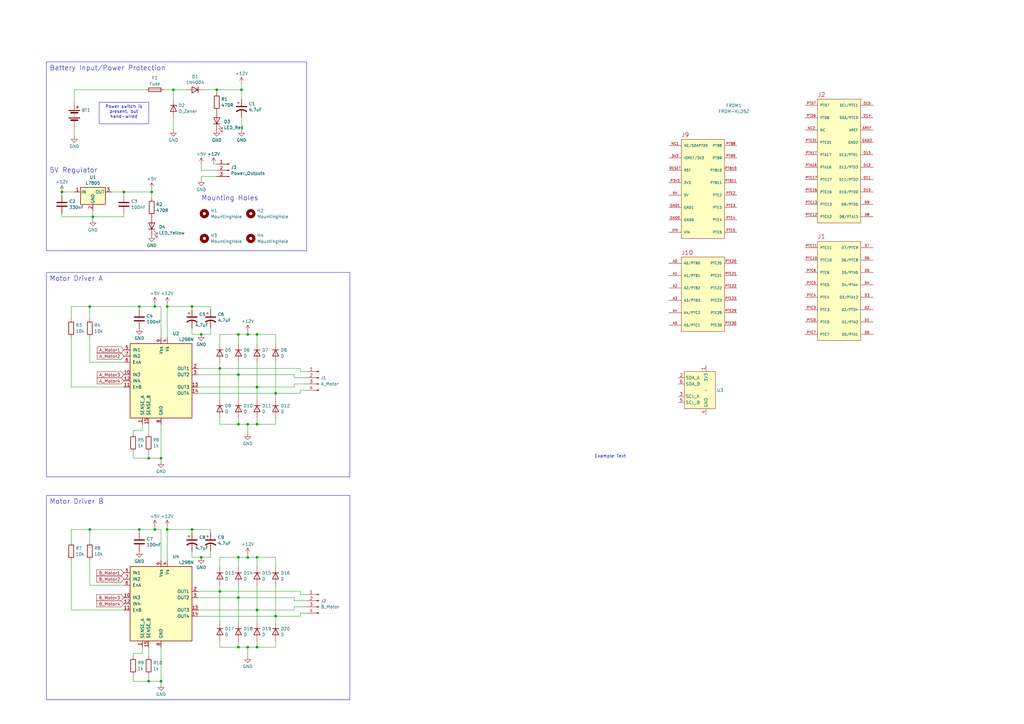
<source format=kicad_sch>
(kicad_sch (version 20230121) (generator eeschema)
  (paper "A3")
  (lib_symbols
    (symbol "Connector:Conn_01x03_Pin" (pin_names (offset 1.016) hide)
      (property "Reference" "J" (at 0 5.08 0))
      (property "Value" "Conn_01x03_Pin" (at 0 -5.08 0))
      (symbol "Conn_01x03_Pin_1_1"
        (polyline (pts (xy 1.27 -2.54) (xy 0.8636 -2.54)) (stroke (width 0.1524)))
        (polyline (pts (xy 1.27 0) (xy 0.8636 0)) (stroke (width 0.1524)))
        (polyline (pts (xy 1.27 2.54) (xy 0.8636 2.54)) (stroke (width 0.1524)))
        (rectangle (start 0.8636 -2.413) (end 0 -2.667) (stroke (width 0.1524)) (fill (type outline)))
        (rectangle (start 0.8636 0.127) (end 0 -0.127) (stroke (width 0.1524)) (fill (type outline)))
        (rectangle (start 0.8636 2.667) (end 0 2.413) (stroke (width 0.1524)) (fill (type outline)))
        (pin passive line (at 5.08 2.54 180) (length 3.81) (name "Pin_1") (number "1"))
        (pin passive line (at 5.08 0 180) (length 3.81) (name "Pin_2") (number "2"))
        (pin passive line (at 5.08 -2.54 180) (length 3.81) (name "Pin_3") (number "3"))
      )
    )
    (symbol "Connector:Conn_01x04_Pin" (pin_names (offset 1.016) hide)
      (property "Reference" "J" (at 0 5.08 0))
      (property "Value" "Conn_01x04_Pin" (at 0 -7.62 0))
      (symbol "Conn_01x04_Pin_1_1"
        (polyline (pts (xy 1.27 -5.08) (xy 0.8636 -5.08)) (stroke (width 0.1524)))
        (polyline (pts (xy 1.27 -2.54) (xy 0.8636 -2.54)) (stroke (width 0.1524)))
        (polyline (pts (xy 1.27 0) (xy 0.8636 0)) (stroke (width 0.1524)))
        (polyline (pts (xy 1.27 2.54) (xy 0.8636 2.54)) (stroke (width 0.1524)))
        (rectangle (start 0.8636 -4.953) (end 0 -5.207) (stroke (width 0.1524)) (fill (type outline)))
        (rectangle (start 0.8636 -2.413) (end 0 -2.667) (stroke (width 0.1524)) (fill (type outline)))
        (rectangle (start 0.8636 0.127) (end 0 -0.127) (stroke (width 0.1524)) (fill (type outline)))
        (rectangle (start 0.8636 2.667) (end 0 2.413) (stroke (width 0.1524)) (fill (type outline)))
        (pin passive line (at 5.08 2.54 180) (length 3.81) (name "Pin_1") (number "1"))
        (pin passive line (at 5.08 0 180) (length 3.81) (name "Pin_2") (number "2"))
        (pin passive line (at 5.08 -2.54 180) (length 3.81) (name "Pin_3") (number "3"))
        (pin passive line (at 5.08 -5.08 180) (length 3.81) (name "Pin_4") (number "4"))
      )
    )
    (symbol "Device:Battery" (pin_numbers hide) (pin_names (offset 0) hide)
      (property "Reference" "BT" (at 2.54 2.54 0))
      (property "Value" "Battery" (at 2.54 0 0))
      (symbol "Battery_0_1"
        (rectangle (start -2.286 -1.27) (end 2.286 -1.524) (fill (type outline)))
        (rectangle (start -2.286 1.778) (end 2.286 1.524) (fill (type outline)))
        (rectangle (start -1.524 -2.032) (end 1.524 -2.54) (fill (type outline)))
        (rectangle (start -1.524 1.016) (end 1.524 0.508) (fill (type outline)))
        (polyline (pts (xy 0 -1.016) (xy 0 -0.762)))
        (polyline (pts (xy 0 -0.508) (xy 0 -0.254)))
        (polyline (pts (xy 0 0) (xy 0 0.254)))
        (polyline (pts (xy 0 1.778) (xy 0 2.54)))
        (polyline (pts (xy 0.762 3.048) (xy 1.778 3.048)) (stroke (width 0.254)))
        (polyline (pts (xy 1.27 3.556) (xy 1.27 2.54)) (stroke (width 0.254)))
      )
      (symbol "Battery_1_1"
        (pin passive line (at 0 5.08 270) (length 2.54) (name "+") (number "1"))
        (pin passive line (at 0 -5.08 90) (length 2.54) (name "-") (number "2"))
      )
    )
    (symbol "Device:C" (pin_numbers hide) (pin_names (offset 0.254))
      (property "Reference" "C" (at 0.635 2.54 0))
      (property "Value" "C" (at 0.635 -2.54 0))
      (symbol "C_0_1"
        (polyline (pts (xy -2.032 -0.762) (xy 2.032 -0.762)) (stroke (width 0.508)))
        (polyline (pts (xy -2.032 0.762) (xy 2.032 0.762)) (stroke (width 0.508)))
      )
      (symbol "C_1_1"
        (pin passive line (at 0 3.81 270) (length 2.794) (name "~") (number "1"))
        (pin passive line (at 0 -3.81 90) (length 2.794) (name "~") (number "2"))
      )
    )
    (symbol "Device:C_Polarized_US" (pin_numbers hide) (pin_names (offset 0.254) hide)
      (property "Reference" "C" (at 0.635 2.54 0))
      (property "Value" "C_Polarized_US" (at 0.635 -2.54 0))
      (symbol "C_Polarized_US_0_1"
        (polyline (pts (xy -2.032 0.762) (xy 2.032 0.762)) (stroke (width 0.508)))
        (polyline (pts (xy -1.778 2.286) (xy -0.762 2.286)))
        (polyline (pts (xy -1.27 1.778) (xy -1.27 2.794)))
        (arc (start 2.032 -1.27) (mid 0 -0.5572) (end -2.032 -1.27) (stroke (width 0.508)))
      )
      (symbol "C_Polarized_US_1_1"
        (pin passive line (at 0 3.81 270) (length 2.794) (name "~") (number "1"))
        (pin passive line (at 0 -3.81 90) (length 3.302) (name "~") (number "2"))
      )
    )
    (symbol "Device:D" (pin_numbers hide) (pin_names (offset 1.016) hide)
      (property "Reference" "D" (at 0 2.54 0))
      (property "Value" "D" (at 0 -2.54 0))
      (symbol "D_0_1"
        (polyline (pts (xy -1.27 1.27) (xy -1.27 -1.27)) (stroke (width 0.254)))
        (polyline (pts (xy 1.27 0) (xy -1.27 0)))
        (polyline (pts (xy 1.27 1.27) (xy 1.27 -1.27) (xy -1.27 0) (xy 1.27 1.27)) (stroke (width 0.254)))
      )
      (symbol "D_1_1"
        (pin passive line (at -3.81 0 0) (length 2.54) (name "K") (number "1"))
        (pin passive line (at 3.81 0 180) (length 2.54) (name "A") (number "2"))
      )
    )
    (symbol "Device:D_Zener" (pin_numbers hide) (pin_names (offset 1.016) hide)
      (property "Reference" "D" (at 0 2.54 0))
      (property "Value" "D_Zener" (at 0 -2.54 0))
      (symbol "D_Zener_0_1"
        (polyline (pts (xy 1.27 0) (xy -1.27 0)))
        (polyline (pts (xy -1.27 -1.27) (xy -1.27 1.27) (xy -0.762 1.27)) (stroke (width 0.254)))
        (polyline (pts (xy 1.27 -1.27) (xy 1.27 1.27) (xy -1.27 0) (xy 1.27 -1.27)) (stroke (width 0.254)))
      )
      (symbol "D_Zener_1_1"
        (pin passive line (at -3.81 0 0) (length 2.54) (name "K") (number "1"))
        (pin passive line (at 3.81 0 180) (length 2.54) (name "A") (number "2"))
      )
    )
    (symbol "Device:Fuse" (pin_numbers hide) (pin_names (offset 0))
      (property "Reference" "F" (at 2.032 0 90))
      (property "Value" "Fuse" (at -1.905 0 90))
      (symbol "Fuse_0_1"
        (rectangle (start -0.762 -2.54) (end 0.762 2.54) (stroke (width 0.254)))
        (polyline (pts (xy 0 2.54) (xy 0 -2.54)))
      )
      (symbol "Fuse_1_1"
        (pin passive line (at 0 3.81 270) (length 1.27) (name "~") (number "1"))
        (pin passive line (at 0 -3.81 90) (length 1.27) (name "~") (number "2"))
      )
    )
    (symbol "Device:LED" (pin_numbers hide) (pin_names (offset 1.016) hide)
      (property "Reference" "D" (at 0 2.54 0))
      (property "Value" "LED" (at 0 -2.54 0))
      (symbol "LED_0_1"
        (polyline (pts (xy -1.27 -1.27) (xy -1.27 1.27)) (stroke (width 0.254)))
        (polyline (pts (xy -1.27 0) (xy 1.27 0)))
        (polyline (pts (xy 1.27 -1.27) (xy 1.27 1.27) (xy -1.27 0) (xy 1.27 -1.27)) (stroke (width 0.254)))
        (polyline (pts (xy -3.048 -0.762) (xy -4.572 -2.286) (xy -3.81 -2.286) (xy -4.572 -2.286) (xy -4.572 -1.524)))
        (polyline (pts (xy -1.778 -0.762) (xy -3.302 -2.286) (xy -2.54 -2.286) (xy -3.302 -2.286) (xy -3.302 -1.524)))
      )
      (symbol "LED_1_1"
        (pin passive line (at -3.81 0 0) (length 2.54) (name "K") (number "1"))
        (pin passive line (at 3.81 0 180) (length 2.54) (name "A") (number "2"))
      )
    )
    (symbol "Device:R" (pin_numbers hide) (pin_names (offset 0))
      (property "Reference" "R" (at 2.032 0 90))
      (property "Value" "R" (at 0 0 90))
      (symbol "R_0_1"
        (rectangle (start -1.016 -2.54) (end 1.016 2.54) (stroke (width 0.254)))
      )
      (symbol "R_1_1"
        (pin passive line (at 0 3.81 270) (length 1.27) (name "~") (number "1"))
        (pin passive line (at 0 -3.81 90) (length 1.27) (name "~") (number "2"))
      )
    )
    (symbol "Driver_Motor:L298N" (pin_names (offset 1.016))
      (property "Reference" "U" (at -10.16 16.51 0))
      (property "Value" "L298N" (at 12.7 16.51 0))
      (symbol "L298N_0_1"
        (rectangle (start -12.7 15.24) (end 12.7 -15.24) (stroke (width 0.254)) (fill (type background)))
      )
      (symbol "L298N_1_1"
        (pin power_in line (at -7.62 -17.78 90) (length 2.54) (name "SENSE_A") (number "1"))
        (pin input line (at -15.24 2.54 0) (length 2.54) (name "IN3") (number "10"))
        (pin input line (at -15.24 -2.54 0) (length 2.54) (name "EnB") (number "11"))
        (pin input line (at -15.24 0 0) (length 2.54) (name "IN4") (number "12"))
        (pin output line (at 15.24 -2.54 180) (length 2.54) (name "OUT3") (number "13"))
        (pin output line (at 15.24 -5.08 180) (length 2.54) (name "OUT4") (number "14"))
        (pin power_in line (at -5.08 -17.78 90) (length 2.54) (name "SENSE_B") (number "15"))
        (pin output line (at 15.24 5.08 180) (length 2.54) (name "OUT1") (number "2"))
        (pin output line (at 15.24 2.54 180) (length 2.54) (name "OUT2") (number "3"))
        (pin power_in line (at 2.54 17.78 270) (length 2.54) (name "Vs") (number "4"))
        (pin input line (at -15.24 12.7 0) (length 2.54) (name "IN1") (number "5"))
        (pin input line (at -15.24 7.62 0) (length 2.54) (name "EnA") (number "6"))
        (pin input line (at -15.24 10.16 0) (length 2.54) (name "IN2") (number "7"))
        (pin power_in line (at 0 -17.78 90) (length 2.54) (name "GND") (number "8"))
        (pin power_in line (at 0 17.78 270) (length 2.54) (name "Vss") (number "9"))
      )
    )
    (symbol "FRDM-KL25Z:FRDM-KL25Z" (pin_names (offset 1.016))
      (property "Reference" "FRDM" (at -55.88 33.02 0))
      (property "Value" "FRDM-KL25Z" (at -22.86 -3.81 0))
      (symbol "FRDM-KL25Z_0_0"
        (text "J1" (at 0 -12.954 0) (effects (font (size 1.778 1.778)) (justify left bottom)))
        (text "J10" (at -55.88 -19.558 0) (effects (font (size 1.778 1.778)) (justify left bottom)))
        (text "J2" (at 0 45.212 0) (effects (font (size 1.778 1.778)) (justify left bottom)))
        (text "J9" (at -55.88 28.702 0) (effects (font (size 1.778 1.778)) (justify left bottom)))
        (pin bidirectional line (at -60.96 20.32 0) (length 5.08) (name "IOREF/3V3") (number "3V3"))
        (pin bidirectional line (at -60.96 5.08 0) (length 5.08) (name "5V") (number "5V"))
        (pin bidirectional line (at -60.96 -22.86 0) (length 5.08) (name "A0/PTB0") (number "A0"))
        (pin bidirectional line (at -60.96 -27.94 0) (length 5.08) (name "A1/PTB1") (number "A1"))
        (pin bidirectional line (at -60.96 -33.02 0) (length 5.08) (name "A2/PTB2") (number "A2"))
        (pin bidirectional line (at -60.96 -38.1 0) (length 5.08) (name "A3/PTB3") (number "A3"))
        (pin bidirectional line (at -60.96 -43.18 0) (length 5.08) (name "A4/PTC2") (number "A4"))
        (pin bidirectional line (at -60.96 -48.26 0) (length 5.08) (name "A5/PTC1") (number "A5"))
        (pin bidirectional line (at 22.86 31.75 180) (length 5.08) (name "AREF") (number "AREF"))
        (pin bidirectional line (at 22.86 -52.07 180) (length 5.08) (name "D0/PTA1") (number "D0"))
        (pin bidirectional line (at 22.86 -46.99 180) (length 5.08) (name "D1/PTA2") (number "D1"))
        (pin bidirectional line (at 22.86 6.35 180) (length 5.08) (name "D10/PTD0") (number "D10"))
        (pin bidirectional line (at 22.86 11.43 180) (length 5.08) (name "D11/PTD2") (number "D11"))
        (pin bidirectional line (at 22.86 16.51 180) (length 5.08) (name "D12/PTD3") (number "D12"))
        (pin bidirectional line (at 22.86 21.59 180) (length 5.08) (name "D13/PTD1") (number "D13"))
        (pin bidirectional line (at 22.86 36.83 180) (length 5.08) (name "SDA/PTE0") (number "D14"))
        (pin bidirectional line (at 22.86 41.91 180) (length 5.08) (name "SCL/PTE1") (number "D15"))
        (pin bidirectional line (at 22.86 -41.91 180) (length 5.08) (name "D2/PTD4") (number "D2"))
        (pin bidirectional line (at 22.86 -36.83 180) (length 5.08) (name "D3/PTA12") (number "D3"))
        (pin bidirectional line (at 22.86 -31.75 180) (length 5.08) (name "D4/PTA4") (number "D4"))
        (pin bidirectional line (at 22.86 -26.67 180) (length 5.08) (name "D5/PTA5") (number "D5"))
        (pin bidirectional line (at 22.86 -21.59 180) (length 5.08) (name "D6/PTC8") (number "D6"))
        (pin bidirectional line (at 22.86 -16.51 180) (length 5.08) (name "D7/PTC9") (number "D7"))
        (pin bidirectional line (at 22.86 -3.81 180) (length 5.08) (name "D8/PTA13") (number "D8"))
        (pin bidirectional line (at 22.86 1.27 180) (length 5.08) (name "D9/PTD5") (number "D9"))
        (pin bidirectional line (at -60.96 -5.08 0) (length 5.08) (name "GND0") (number "GND0"))
        (pin bidirectional line (at -60.96 0 0) (length 5.08) (name "GND1") (number "GND1"))
        (pin bidirectional line (at 22.86 26.67 180) (length 5.08) (name "GND2") (number "GND2"))
        (pin bidirectional line (at -60.96 25.4 0) (length 5.08) (name "NC/SDAPTD5") (number "NC1"))
        (pin bidirectional line (at -5.08 31.75 0) (length 5.08) (name "NC") (number "NC2"))
        (pin bidirectional line (at -60.96 10.16 0) (length 5.08) (name "3V3") (number "P3V3"))
        (pin bidirectional line (at -5.08 16.51 0) (length 5.08) (name "PTA16") (number "PTA16"))
        (pin bidirectional line (at -5.08 21.59 0) (length 5.08) (name "PTA17") (number "PTA17"))
        (pin bidirectional line (at -33.02 15.24 180) (length 5.08) (name "PTB10") (number "PTB10"))
        (pin bidirectional line (at -33.02 10.16 180) (length 5.08) (name "PTB11") (number "PTB11"))
        (pin bidirectional line (at -33.02 25.4 180) (length 5.08) (name "PTB8") (number "PTB8"))
        (pin bidirectional line (at -33.02 20.32 180) (length 5.08) (name "PTB9") (number "PTB9"))
        (pin bidirectional line (at -5.08 -46.99 0) (length 5.08) (name "PTC0") (number "PTC0"))
        (pin bidirectional line (at -5.08 -21.59 0) (length 5.08) (name "PTC10") (number "PTC10"))
        (pin bidirectional line (at -5.08 -16.51 0) (length 5.08) (name "PTC11") (number "PTC11"))
        (pin bidirectional line (at -5.08 -3.81 0) (length 5.08) (name "PTC12") (number "PTC12"))
        (pin bidirectional line (at -5.08 1.27 0) (length 5.08) (name "PTC13") (number "PTC13"))
        (pin bidirectional line (at -5.08 6.35 0) (length 5.08) (name "PTC16") (number "PTC16"))
        (pin bidirectional line (at -5.08 11.43 0) (length 5.08) (name "PTC17") (number "PTC17"))
        (pin bidirectional line (at -5.08 -41.91 0) (length 5.08) (name "PTC3") (number "PTC3"))
        (pin bidirectional line (at -5.08 -36.83 0) (length 5.08) (name "PTC4") (number "PTC4"))
        (pin bidirectional line (at -5.08 -31.75 0) (length 5.08) (name "PTC5") (number "PTC5"))
        (pin bidirectional line (at -5.08 -26.67 0) (length 5.08) (name "PTC6") (number "PTC6"))
        (pin bidirectional line (at -5.08 -52.07 0) (length 5.08) (name "PTC7") (number "PTC7"))
        (pin bidirectional line (at -5.08 36.83 0) (length 5.08) (name "PTD6") (number "PTD6"))
        (pin bidirectional line (at -5.08 41.91 0) (length 5.08) (name "PTD7") (number "PTD7"))
        (pin bidirectional line (at -33.02 5.08 180) (length 5.08) (name "PTE2") (number "PTE2"))
        (pin bidirectional line (at -33.02 -22.86 180) (length 5.08) (name "PTE20") (number "PTE20"))
        (pin bidirectional line (at -33.02 -27.94 180) (length 5.08) (name "PTE21") (number "PTE21"))
        (pin bidirectional line (at -33.02 -33.02 180) (length 5.08) (name "PTE22") (number "PTE22"))
        (pin bidirectional line (at -33.02 -38.1 180) (length 5.08) (name "PTE23") (number "PTE23"))
        (pin bidirectional line (at -33.02 -43.18 180) (length 5.08) (name "PTE29") (number "PTE29"))
        (pin bidirectional line (at -33.02 0 180) (length 5.08) (name "PTE3") (number "PTE3"))
        (pin bidirectional line (at -33.02 -48.26 180) (length 5.08) (name "PTE30") (number "PTE30"))
        (pin bidirectional line (at -5.08 26.67 0) (length 5.08) (name "PTE31") (number "PTE31"))
        (pin bidirectional line (at -33.02 -5.08 180) (length 5.08) (name "PTE4") (number "PTE4"))
        (pin bidirectional line (at -33.02 -10.16 180) (length 5.08) (name "PTE5") (number "PTE5"))
        (pin bidirectional line (at -60.96 15.24 0) (length 5.08) (name "RST") (number "RESET"))
        (pin bidirectional line (at -60.96 -10.16 0) (length 5.08) (name "VIN") (number "VIN"))
      )
      (symbol "FRDM-KL25Z_1_1"
        (rectangle (start -55.88 -20.32) (end -38.1 -50.8) (fill (type background)))
        (rectangle (start -55.88 27.94) (end -38.1 -12.7) (fill (type background)))
        (rectangle (start 0 -13.97) (end 17.78 -54.61) (fill (type background)))
        (rectangle (start 0 44.45) (end 17.78 -6.35) (fill (type background)))
      )
    )
    (symbol "Mechanical:MountingHole" (pin_names (offset 1.016))
      (property "Reference" "H" (at 0 5.08 0))
      (property "Value" "MountingHole" (at 0 3.175 0))
      (symbol "MountingHole_0_1"
        (circle (center 0 0) (radius 1.27) (stroke (width 1.27)))
      )
    )
    (symbol "PCM_4ms_Power-symbol:+12V" (power) (pin_names (offset 0))
      (property "Value" "+12V" (at 0 3.556 0))
      (symbol "+12V_0_1"
        (polyline (pts (xy -0.762 1.27) (xy 0 2.54)))
        (polyline (pts (xy 0 0) (xy 0 2.54)))
        (polyline (pts (xy 0 2.54) (xy 0.762 1.27)))
      )
      (symbol "+12V_1_1"
        (pin power_in line (at 0 0 90) (length 0) hide (name "+12V") (number "1"))
      )
    )
    (symbol "PCM_4ms_Power-symbol:GND" (power) (pin_names (offset 0))
      (property "Value" "GND" (at 0 -3.81 0))
      (symbol "GND_0_1"
        (polyline (pts (xy 0 0) (xy 0 -1.27) (xy 1.27 -1.27) (xy 0 -2.54) (xy -1.27 -1.27) (xy 0 -1.27)))
      )
      (symbol "GND_1_1"
        (pin power_in line (at 0 0 270) (length 0) hide (name "GND") (number "1"))
      )
    )
    (symbol "Regulator_Linear:L7805" (pin_names (offset 0.254))
      (property "Reference" "U" (at -3.81 3.175 0))
      (property "Value" "L7805" (at 0 3.175 0))
      (symbol "L7805_0_1"
        (rectangle (start -5.08 1.905) (end 5.08 -5.08) (stroke (width 0.254)) (fill (type background)))
      )
      (symbol "L7805_1_1"
        (pin power_in line (at -7.62 0 0) (length 2.54) (name "IN") (number "1"))
        (pin power_in line (at 0 -7.62 90) (length 2.54) (name "GND") (number "2"))
        (pin power_out line (at 7.62 0 180) (length 2.54) (name "OUT") (number "3"))
      )
    )
    (symbol "TDP3KICAD:Adafruit_Flora_Sensor"
      (property "Reference" "U" (at -7.62 8.89 0))
      (symbol "Adafruit_Flora_Sensor_1_1"
        (rectangle (start -8.89 7.62) (end 3.81 -7.62) (fill (type background)))
        (pin power_in line (at 0 10.16 270) (length 2.54) (name "3V3") (number "1"))
        (pin bidirectional line (at -11.43 5.08 0) (length 2.54) (name "SDA_A") (number "2"))
        (pin bidirectional line (at -11.43 -2.54 0) (length 2.54) (name "SCL_A") (number "3"))
        (pin power_in line (at 0 -10.16 90) (length 2.54) (name "GND") (number "4"))
        (pin bidirectional line (at -11.43 -5.08 0) (length 2.54) (name "SCL_B") (number "5"))
        (pin bidirectional line (at -11.43 2.54 0) (length 2.54) (name "SDA_B") (number "6"))
      )
    )
    (symbol "power:+5V" (power) (pin_names (offset 0))
      (property "Value" "+5V" (at 0 3.556 0))
      (symbol "+5V_0_1"
        (polyline (pts (xy -0.762 1.27) (xy 0 2.54)))
        (polyline (pts (xy 0 0) (xy 0 2.54)))
        (polyline (pts (xy 0 2.54) (xy 0.762 1.27)))
      )
      (symbol "+5V_1_1"
        (pin power_in line (at 0 0 90) (length 0) hide (name "+5V") (number "1"))
      )
    )
  )
  (junction (at 57.15 217.17))
  (junction (at 97.79 245.11))
  (junction (at 99.06 36.83))
  (junction (at 90.17 242.57))
  (junction (at 50.8 78.74))
  (junction (at 63.5 125.73))
  (junction (at 97.79 265.43))
  (junction (at 105.41 250.19))
  (junction (at 38.1 88.9))
  (junction (at 90.17 151.13))
  (junction (at 57.15 125.73))
  (junction (at 63.5 217.17))
  (junction (at 36.83 125.73))
  (junction (at 71.12 36.83))
  (junction (at 82.55 137.16))
  (junction (at 97.79 153.67))
  (junction (at 101.6 265.43))
  (junction (at 78.74 217.17))
  (junction (at 113.03 252.73))
  (junction (at 36.83 217.17))
  (junction (at 105.41 173.99))
  (junction (at 97.79 137.16))
  (junction (at 66.04 279.4))
  (junction (at 62.23 78.74))
  (junction (at 113.03 161.29))
  (junction (at 105.41 265.43))
  (junction (at 78.74 125.73))
  (junction (at 101.6 228.6))
  (junction (at 105.41 228.6))
  (junction (at 68.58 217.17))
  (junction (at 60.96 279.4))
  (junction (at 88.9 36.83))
  (junction (at 68.58 125.73))
  (junction (at 66.04 187.96))
  (junction (at 25.4 78.74))
  (junction (at 101.6 137.16))
  (junction (at 97.79 228.6))
  (junction (at 60.96 187.96))
  (junction (at 101.6 173.99))
  (junction (at 97.79 173.99))
  (junction (at 105.41 137.16))
  (junction (at 105.41 158.75))
  (junction (at 82.55 228.6))
  (wire (pts (xy 120.65 245.11) (xy 97.79 245.11)))
  (wire (pts (xy 60.96 187.96) (xy 66.04 187.96)))
  (wire (pts (xy 97.79 265.43) (xy 101.6 265.43)))
  (wire (pts (xy 68.58 217.17) (xy 78.74 217.17)))
  (wire (pts (xy 120.65 246.38) (xy 120.65 245.11)))
  (wire (pts (xy 90.17 265.43) (xy 97.79 265.43)))
  (wire (pts (xy 66.04 279.4) (xy 66.04 280.67)))
  (wire (pts (xy 50.8 87.63) (xy 50.8 88.9)))
  (wire (pts (xy 120.65 154.94) (xy 120.65 153.67)))
  (wire (pts (xy 123.19 251.46) (xy 123.19 252.73)))
  (wire (pts (xy 90.17 137.16) (xy 90.17 140.97)))
  (wire (pts (xy 45.72 78.74) (xy 50.8 78.74)))
  (wire (pts (xy 68.58 125.73) (xy 78.74 125.73)))
  (wire (pts (xy 123.19 160.02) (xy 123.19 161.29)))
  (wire (pts (xy 90.17 151.13) (xy 90.17 148.59)))
  (wire (pts (xy 97.79 245.11) (xy 97.79 255.27)))
  (wire (pts (xy 68.58 124.46) (xy 68.58 125.73)))
  (wire (pts (xy 36.83 217.17) (xy 57.15 217.17)))
  (wire (pts (xy 81.28 242.57) (xy 90.17 242.57)))
  (wire (pts (xy 125.73 246.38) (xy 120.65 246.38)))
  (wire (pts (xy 71.12 48.26) (xy 71.12 53.34)))
  (wire (pts (xy 82.55 69.85) (xy 82.55 67.31)))
  (wire (pts (xy 68.58 125.73) (xy 68.58 138.43)))
  (wire (pts (xy 97.79 153.67) (xy 97.79 163.83)))
  (wire (pts (xy 113.03 228.6) (xy 105.41 228.6)))
  (wire (pts (xy 125.73 243.84) (xy 123.19 243.84)))
  (wire (pts (xy 50.8 158.75) (xy 29.21 158.75)))
  (wire (pts (xy 113.03 232.41) (xy 113.03 228.6)))
  (wire (pts (xy 99.06 53.34) (xy 99.06 48.26)))
  (wire (pts (xy 90.17 228.6) (xy 90.17 232.41)))
  (wire (pts (xy 125.73 251.46) (xy 123.19 251.46)))
  (wire (pts (xy 123.19 252.73) (xy 113.03 252.73)))
  (wire (pts (xy 97.79 228.6) (xy 97.79 232.41)))
  (wire (pts (xy 38.1 88.9) (xy 50.8 88.9)))
  (wire (pts (xy 81.28 250.19) (xy 105.41 250.19)))
  (wire (pts (xy 36.83 130.81) (xy 36.83 125.73)))
  (wire (pts (xy 71.12 36.83) (xy 76.2 36.83)))
  (wire (pts (xy 105.41 158.75) (xy 105.41 163.83)))
  (wire (pts (xy 97.79 228.6) (xy 90.17 228.6)))
  (wire (pts (xy 36.83 138.43) (xy 36.83 148.59)))
  (wire (pts (xy 62.23 78.74) (xy 50.8 78.74)))
  (wire (pts (xy 113.03 171.45) (xy 113.03 173.99)))
  (wire (pts (xy 78.74 125.73) (xy 86.36 125.73)))
  (wire (pts (xy 38.1 86.36) (xy 38.1 88.9)))
  (wire (pts (xy 97.79 137.16) (xy 97.79 140.97)))
  (wire (pts (xy 68.58 215.9) (xy 68.58 217.17)))
  (wire (pts (xy 78.74 217.17) (xy 86.36 217.17)))
  (wire (pts (xy 57.15 127) (xy 57.15 125.73)))
  (wire (pts (xy 125.73 152.4) (xy 123.19 152.4)))
  (wire (pts (xy 120.65 157.48) (xy 120.65 158.75)))
  (wire (pts (xy 101.6 173.99) (xy 105.41 173.99)))
  (wire (pts (xy 82.55 72.39) (xy 88.9 72.39)))
  (wire (pts (xy 81.28 151.13) (xy 90.17 151.13)))
  (wire (pts (xy 63.5 125.73) (xy 66.04 125.73)))
  (wire (pts (xy 90.17 151.13) (xy 90.17 163.83)))
  (wire (pts (xy 54.61 185.42) (xy 54.61 187.96)))
  (wire (pts (xy 78.74 137.16) (xy 82.55 137.16)))
  (wire (pts (xy 60.96 276.86) (xy 60.96 279.4)))
  (wire (pts (xy 86.36 125.73) (xy 86.36 127)))
  (wire (pts (xy 82.55 228.6) (xy 86.36 228.6)))
  (wire (pts (xy 60.96 185.42) (xy 60.96 187.96)))
  (wire (pts (xy 38.1 90.17) (xy 38.1 88.9)))
  (wire (pts (xy 123.19 161.29) (xy 113.03 161.29)))
  (wire (pts (xy 105.41 232.41) (xy 105.41 228.6)))
  (wire (pts (xy 105.41 158.75) (xy 105.41 148.59)))
  (wire (pts (xy 29.21 217.17) (xy 36.83 217.17)))
  (wire (pts (xy 105.41 265.43) (xy 113.03 265.43)))
  (wire (pts (xy 105.41 250.19) (xy 105.41 240.03)))
  (wire (pts (xy 25.4 78.74) (xy 30.48 78.74)))
  (wire (pts (xy 90.17 262.89) (xy 90.17 265.43)))
  (wire (pts (xy 30.48 36.83) (xy 59.69 36.83)))
  (wire (pts (xy 120.65 248.92) (xy 120.65 250.19)))
  (wire (pts (xy 125.73 154.94) (xy 120.65 154.94)))
  (wire (pts (xy 63.5 215.9) (xy 63.5 217.17)))
  (wire (pts (xy 82.55 137.16) (xy 86.36 137.16)))
  (wire (pts (xy 78.74 218.44) (xy 78.74 217.17)))
  (wire (pts (xy 30.48 52.07) (xy 30.48 55.88)))
  (wire (pts (xy 105.41 228.6) (xy 101.6 228.6)))
  (wire (pts (xy 68.58 217.17) (xy 68.58 229.87)))
  (wire (pts (xy 105.41 140.97) (xy 105.41 137.16)))
  (wire (pts (xy 105.41 250.19) (xy 105.41 255.27)))
  (wire (pts (xy 36.83 148.59) (xy 50.8 148.59)))
  (wire (pts (xy 123.19 152.4) (xy 123.19 151.13)))
  (wire (pts (xy 101.6 227.33) (xy 101.6 228.6)))
  (wire (pts (xy 81.28 245.11) (xy 97.79 245.11)))
  (wire (pts (xy 123.19 243.84) (xy 123.19 242.57)))
  (wire (pts (xy 113.03 140.97) (xy 113.03 137.16)))
  (wire (pts (xy 81.28 161.29) (xy 113.03 161.29)))
  (wire (pts (xy 113.03 252.73) (xy 113.03 240.03)))
  (wire (pts (xy 36.83 240.03) (xy 50.8 240.03)))
  (wire (pts (xy 36.83 229.87) (xy 36.83 240.03)))
  (wire (pts (xy 25.4 80.01) (xy 25.4 78.74)))
  (wire (pts (xy 66.04 187.96) (xy 66.04 189.23)))
  (wire (pts (xy 82.55 73.66) (xy 82.55 72.39)))
  (wire (pts (xy 58.42 265.43) (xy 58.42 267.97)))
  (wire (pts (xy 29.21 125.73) (xy 36.83 125.73)))
  (wire (pts (xy 97.79 137.16) (xy 90.17 137.16)))
  (wire (pts (xy 86.36 217.17) (xy 86.36 218.44)))
  (wire (pts (xy 54.61 279.4) (xy 60.96 279.4)))
  (wire (pts (xy 62.23 81.28) (xy 62.23 78.74)))
  (wire (pts (xy 101.6 265.43) (xy 101.6 269.24)))
  (wire (pts (xy 62.23 77.47) (xy 62.23 78.74)))
  (wire (pts (xy 97.79 173.99) (xy 101.6 173.99)))
  (wire (pts (xy 57.15 218.44) (xy 57.15 217.17)))
  (wire (pts (xy 71.12 36.83) (xy 71.12 40.64)))
  (wire (pts (xy 88.9 36.83) (xy 83.82 36.83)))
  (wire (pts (xy 54.61 267.97) (xy 54.61 269.24)))
  (wire (pts (xy 66.04 125.73) (xy 66.04 138.43)))
  (wire (pts (xy 54.61 176.53) (xy 54.61 177.8)))
  (wire (pts (xy 60.96 265.43) (xy 60.96 269.24)))
  (wire (pts (xy 123.19 151.13) (xy 90.17 151.13)))
  (wire (pts (xy 125.73 157.48) (xy 120.65 157.48)))
  (wire (pts (xy 29.21 222.25) (xy 29.21 217.17)))
  (wire (pts (xy 87.63 67.31) (xy 88.9 67.31)))
  (wire (pts (xy 101.6 135.89) (xy 101.6 137.16)))
  (wire (pts (xy 101.6 173.99) (xy 101.6 177.8)))
  (wire (pts (xy 99.06 36.83) (xy 88.9 36.83)))
  (wire (pts (xy 113.03 262.89) (xy 113.03 265.43)))
  (wire (pts (xy 54.61 187.96) (xy 60.96 187.96)))
  (wire (pts (xy 66.04 265.43) (xy 66.04 279.4)))
  (wire (pts (xy 25.4 87.63) (xy 25.4 88.9)))
  (wire (pts (xy 58.42 267.97) (xy 54.61 267.97)))
  (wire (pts (xy 113.03 137.16) (xy 105.41 137.16)))
  (wire (pts (xy 81.28 153.67) (xy 97.79 153.67)))
  (wire (pts (xy 105.41 137.16) (xy 101.6 137.16)))
  (wire (pts (xy 120.65 250.19) (xy 105.41 250.19)))
  (wire (pts (xy 101.6 228.6) (xy 97.79 228.6)))
  (wire (pts (xy 63.5 217.17) (xy 66.04 217.17)))
  (wire (pts (xy 58.42 173.99) (xy 58.42 176.53)))
  (wire (pts (xy 120.65 158.75) (xy 105.41 158.75)))
  (wire (pts (xy 105.41 262.89) (xy 105.41 265.43)))
  (wire (pts (xy 90.17 173.99) (xy 97.79 173.99)))
  (wire (pts (xy 66.04 173.99) (xy 66.04 187.96)))
  (wire (pts (xy 57.15 125.73) (xy 63.5 125.73)))
  (wire (pts (xy 57.15 217.17) (xy 63.5 217.17)))
  (wire (pts (xy 81.28 158.75) (xy 105.41 158.75)))
  (wire (pts (xy 125.73 160.02) (xy 123.19 160.02)))
  (wire (pts (xy 97.79 245.11) (xy 97.79 240.03)))
  (wire (pts (xy 90.17 242.57) (xy 90.17 255.27)))
  (wire (pts (xy 36.83 222.25) (xy 36.83 217.17)))
  (wire (pts (xy 50.8 78.74) (xy 50.8 80.01)))
  (wire (pts (xy 78.74 226.06) (xy 78.74 228.6)))
  (wire (pts (xy 105.41 171.45) (xy 105.41 173.99)))
  (wire (pts (xy 97.79 262.89) (xy 97.79 265.43)))
  (wire (pts (xy 120.65 153.67) (xy 97.79 153.67)))
  (wire (pts (xy 29.21 158.75) (xy 29.21 138.43)))
  (wire (pts (xy 99.06 40.64) (xy 99.06 36.83)))
  (wire (pts (xy 113.03 161.29) (xy 113.03 163.83)))
  (wire (pts (xy 90.17 242.57) (xy 90.17 240.03)))
  (wire (pts (xy 97.79 153.67) (xy 97.79 148.59)))
  (wire (pts (xy 101.6 265.43) (xy 105.41 265.43)))
  (wire (pts (xy 88.9 38.1) (xy 88.9 36.83)))
  (wire (pts (xy 99.06 34.29) (xy 99.06 36.83)))
  (wire (pts (xy 90.17 171.45) (xy 90.17 173.99)))
  (wire (pts (xy 123.19 242.57) (xy 90.17 242.57)))
  (wire (pts (xy 54.61 276.86) (xy 54.61 279.4)))
  (wire (pts (xy 29.21 130.81) (xy 29.21 125.73)))
  (wire (pts (xy 50.8 250.19) (xy 29.21 250.19)))
  (wire (pts (xy 86.36 137.16) (xy 86.36 134.62)))
  (wire (pts (xy 78.74 127) (xy 78.74 125.73)))
  (wire (pts (xy 113.03 252.73) (xy 113.03 255.27)))
  (wire (pts (xy 63.5 124.46) (xy 63.5 125.73)))
  (wire (pts (xy 60.96 279.4) (xy 66.04 279.4)))
  (wire (pts (xy 67.31 36.83) (xy 71.12 36.83)))
  (wire (pts (xy 60.96 173.99) (xy 60.96 177.8)))
  (wire (pts (xy 86.36 228.6) (xy 86.36 226.06)))
  (wire (pts (xy 78.74 134.62) (xy 78.74 137.16)))
  (wire (pts (xy 36.83 125.73) (xy 57.15 125.73)))
  (wire (pts (xy 105.41 173.99) (xy 113.03 173.99)))
  (wire (pts (xy 66.04 217.17) (xy 66.04 229.87)))
  (wire (pts (xy 30.48 41.91) (xy 30.48 36.83)))
  (wire (pts (xy 25.4 88.9) (xy 38.1 88.9)))
  (wire (pts (xy 88.9 69.85) (xy 82.55 69.85)))
  (wire (pts (xy 58.42 176.53) (xy 54.61 176.53)))
  (wire (pts (xy 97.79 171.45) (xy 97.79 173.99)))
  (wire (pts (xy 81.28 252.73) (xy 113.03 252.73)))
  (wire (pts (xy 113.03 161.29) (xy 113.03 148.59)))
  (wire (pts (xy 29.21 250.19) (xy 29.21 229.87)))
  (wire (pts (xy 78.74 228.6) (xy 82.55 228.6)))
  (wire (pts (xy 101.6 137.16) (xy 97.79 137.16)))
  (wire (pts (xy 125.73 248.92) (xy 120.65 248.92)))
  (rectangle (start 19.05 203.2) (end 143.51 287.02))
  (rectangle (start 19.05 25.4) (end 125.73 102.87))
  (rectangle (start 19.05 111.76) (end 143.51 195.58))
  (text_box "Power switch is present, but hand-wired" (at 40.64 41.91 0) (size 20.32 8.89) (effects (font (size 1.27 1.27)) (justify top)))
  (text "5V Regulator" (at 20.32 71.12 0) (effects (font (size 2 2)) (justify left bottom)))
  (text "Battery Input/Power Protection" (at 20.32 29.21 0) (effects (font (size 2 2)) (justify left bottom)))
  (text "Mounting Holes" (at 82.55 82.55 0) (effects (font (size 2 2)) (justify left bottom)))
  (text "Motor Driver B\n" (at 20.32 207.01 0) (effects (font (size 2 2)) (justify left bottom)))
  (text "Example Text" (at 243.84 187.96 0) (effects (font (size 1.27 1.27)) (justify left bottom)))
  (text "Motor Driver A" (at 20.32 115.57 0) (effects (font (size 2 2)) (justify left bottom)))
  (global_label "A_Motor4" (shape input) (at 50.8 156.21 180) (property "Intersheetrefs" "${INTERSHEET_REFS}" (effects hide)))
  (global_label "A_Motor3" (shape input) (at 50.8 153.67 180) (property "Intersheetrefs" "${INTERSHEET_REFS}" (effects hide)))
  (global_label "B_Motor1" (shape input) (at 50.8 234.95 180) (property "Intersheetrefs" "${INTERSHEET_REFS}" (effects hide)))
  (global_label "A_Motor1" (shape input) (at 50.8 143.51 180) (property "Intersheetrefs" "${INTERSHEET_REFS}" (effects hide)))
  (global_label "B_Motor2" (shape input) (at 50.8 237.49 180) (property "Intersheetrefs" "${INTERSHEET_REFS}" (effects hide)))
  (global_label "B_Motor3" (shape input) (at 50.8 245.11 180) (property "Intersheetrefs" "${INTERSHEET_REFS}" (effects hide)))
  (global_label "A_Motor2" (shape input) (at 50.8 146.05 180) (property "Intersheetrefs" "${INTERSHEET_REFS}" (effects hide)))
  (global_label "B_Motor4" (shape input) (at 50.8 247.65 180) (property "Intersheetrefs" "${INTERSHEET_REFS}" (effects hide)))
  (symbol (lib_id "PCM_4ms_Power-symbol:GND") (at 101.6 269.24 0) (unit 1)
    (property "Reference" "#PWR023" (effects hide))
    (property "Value" "GND" (at 101.6 273.3731 0))
  )
  (symbol (lib_id "PCM_4ms_Power-symbol:+12V") (at 68.58 215.9 0) (unit 1)
    (property "Reference" "#PWR019" (effects hide))
    (property "Value" "+12V" (at 68.58 211.7669 0))
  )
  (symbol (lib_id "Device:R") (at 54.61 181.61 0) (unit 1)
    (property "Reference" "R5" (at 56.388 180.3979 0) (effects (justify left)))
    (property "Value" "1k" (at 56.388 182.8221 0) (effects (justify left)))
    (property "Footprint" "Resistor_THT:R_Axial_DIN0207_L6.3mm_D2.5mm_P10.16mm_Horizontal" (effects hide))
  )
  (symbol (lib_id "Device:D") (at 97.79 236.22 270) (unit 1)
    (property "Reference" "D14" (at 99.822 235.0079 90) (effects (justify left)))
    (property "Value" "D" (at 99.822 237.4321 90) (effects (justify left)))
    (property "Footprint" "Diode_THT:D_A-405_P10.16mm_Horizontal" (effects hide))
    (property "Sim.Device" "D" (effects hide))
    (property "Sim.Pins" "1=K 2=A" (effects hide))
  )
  (symbol (lib_id "Device:D") (at 105.41 236.22 270) (unit 1)
    (property "Reference" "D15" (at 107.442 235.0079 90) (effects (justify left)))
    (property "Value" "D" (at 107.442 237.4321 90) (effects (justify left)))
    (property "Footprint" "Diode_THT:D_A-405_P10.16mm_Horizontal" (effects hide))
    (property "Sim.Device" "D" (effects hide))
    (property "Sim.Pins" "1=K 2=A" (effects hide))
  )
  (symbol (lib_id "Device:C") (at 57.15 222.25 0) (unit 1)
    (property "Reference" "C7" (at 60.071 221.0379 0) (effects (justify left)))
    (property "Value" "100nF" (at 60.071 223.4621 0) (effects (justify left)))
    (property "Footprint" "Capacitor_THT:C_Disc_D8.0mm_W2.5mm_P5.00mm" (effects hide))
  )
  (symbol (lib_id "Connector:Conn_01x04_Pin") (at 130.81 246.38 0) (mirror y) (unit 1)
    (property "Reference" "J2" (at 131.5212 246.4379 0) (effects (justify right)))
    (property "Value" "B_Motor" (at 131.5212 248.8621 0) (effects (justify right)))
    (property "Footprint" "TerminalBlock:TerminalBlock_bornier-2_P5.08mm" (effects hide))
  )
  (symbol (lib_id "Device:D") (at 90.17 167.64 270) (unit 1)
    (property "Reference" "D9" (at 92.202 166.4279 90) (effects (justify left)))
    (property "Value" "D" (at 92.202 168.8521 90) (effects (justify left)))
    (property "Footprint" "Diode_THT:D_A-405_P10.16mm_Horizontal" (effects hide))
    (property "Sim.Device" "D" (effects hide))
    (property "Sim.Pins" "1=K 2=A" (effects hide))
  )
  (symbol (lib_id "Device:R") (at 54.61 273.05 0) (unit 1)
    (property "Reference" "R9" (at 56.388 271.8379 0) (effects (justify left)))
    (property "Value" "1k" (at 56.388 274.2621 0) (effects (justify left)))
    (property "Footprint" "Resistor_THT:R_Axial_DIN0207_L6.3mm_D2.5mm_P10.16mm_Horizontal" (effects hide))
  )
  (symbol (lib_id "Device:D") (at 97.79 167.64 270) (unit 1)
    (property "Reference" "D10" (at 99.822 166.4279 90) (effects (justify left)))
    (property "Value" "D" (at 99.822 168.8521 90) (effects (justify left)))
    (property "Footprint" "Diode_THT:D_A-405_P10.16mm_Horizontal" (effects hide))
    (property "Sim.Device" "D" (effects hide))
    (property "Sim.Pins" "1=K 2=A" (effects hide))
  )
  (symbol (lib_id "Device:C_Polarized_US") (at 78.74 222.25 0) (unit 1)
    (property "Reference" "C8" (at 81.661 220.4029 0) (effects (justify left)))
    (property "Value" "4.7uF" (at 80.01 224.79 0) (effects (justify left)))
    (property "Footprint" "Capacitor_THT:CP_Radial_D10.0mm_P5.00mm" (effects hide))
  )
  (symbol (lib_id "PCM_4ms_Power-symbol:GND") (at 38.1 90.17 0) (unit 1)
    (property "Reference" "#PWR09" (effects hide))
    (property "Value" "GND" (at 38.1 94.3031 0))
  )
  (symbol (lib_id "Device:R") (at 62.23 85.09 0) (unit 1)
    (property "Reference" "R2" (at 64.008 83.8779 0) (effects (justify left)))
    (property "Value" "470R" (at 64.008 86.3021 0) (effects (justify left)))
    (property "Footprint" "Resistor_THT:R_Axial_DIN0207_L6.3mm_D2.5mm_P10.16mm_Horizontal" (effects hide))
  )
  (symbol (lib_id "PCM_4ms_Power-symbol:GND") (at 82.55 137.16 0) (unit 1)
    (property "Reference" "#PWR015" (effects hide))
    (property "Value" "GND" (at 82.55 141.2931 0))
  )
  (symbol (lib_id "Device:D") (at 80.01 36.83 180) (unit 1)
    (property "Reference" "D1" (at 80.01 31.4157 0))
    (property "Value" "1N4004" (at 80.01 33.8399 0))
    (property "Footprint" "Diode_THT:D_A-405_P10.16mm_Horizontal" (effects hide))
    (property "Sim.Device" "D" (effects hide))
    (property "Sim.Pins" "1=K 2=A" (effects hide))
  )
  (symbol (lib_id "Driver_Motor:L298N") (at 66.04 156.21 0) (unit 1)
    (property "Reference" "U2" (at 70.7741 136.8257 0) (effects (justify left)))
    (property "Value" "L298N" (at 73.3141 139.2499 0) (effects (justify left)))
    (property "Footprint" "Package_TO_SOT_THT:TO-220-15_P2.54x2.54mm_StaggerOdd_Lead4.58mm_Vertical" (effects hide))
    (property "Datasheet" "http://www.st.com/st-web-ui/static/active/en/resource/technical/document/datasheet/CD00000240.pdf" (effects hide))
  )
  (symbol (lib_id "PCM_4ms_Power-symbol:GND") (at 88.9 53.34 0) (unit 1)
    (property "Reference" "#PWR05" (effects hide))
    (property "Value" "GND" (at 88.9 57.4731 0))
  )
  (symbol (lib_id "Device:C_Polarized_US") (at 86.36 222.25 0) (unit 1)
    (property "Reference" "C9" (at 89.281 220.4029 0) (effects (justify left)))
    (property "Value" "4.7uF" (at 89.281 222.8271 0) (effects (justify left)))
    (property "Footprint" "Capacitor_THT:CP_Radial_D10.0mm_P5.00mm" (effects hide))
  )
  (symbol (lib_id "PCM_4ms_Power-symbol:GND") (at 99.06 53.34 0) (unit 1)
    (property "Reference" "#PWR06" (effects hide))
    (property "Value" "GND" (at 99.06 57.4731 0))
  )
  (symbol (lib_id "power:+5V") (at 63.5 215.9 0) (unit 1)
    (property "Reference" "#PWR018" (effects hide))
    (property "Value" "+5V" (at 63.5 211.7669 0))
  )
  (symbol (lib_id "Device:R") (at 60.96 181.61 0) (unit 1)
    (property "Reference" "R6" (at 62.738 180.3979 0) (effects (justify left)))
    (property "Value" "1k" (at 62.738 182.8221 0) (effects (justify left)))
    (property "Footprint" "Resistor_THT:R_Axial_DIN0207_L6.3mm_D2.5mm_P10.16mm_Horizontal" (effects hide))
  )
  (symbol (lib_id "Device:R") (at 88.9 41.91 0) (unit 1)
    (property "Reference" "R1" (at 90.678 40.6979 0) (effects (justify left)))
    (property "Value" "470R" (at 90.678 43.1221 0) (effects (justify left)))
    (property "Footprint" "Resistor_THT:R_Axial_DIN0207_L6.3mm_D2.5mm_P10.16mm_Horizontal" (effects hide))
  )
  (symbol (lib_id "Device:D") (at 113.03 144.78 270) (unit 1)
    (property "Reference" "D8" (at 115.062 143.5679 90) (effects (justify left)))
    (property "Value" "D" (at 115.062 145.9921 90) (effects (justify left)))
    (property "Footprint" "Diode_THT:D_A-405_P10.16mm_Horizontal" (effects hide))
    (property "Sim.Device" "D" (effects hide))
    (property "Sim.Pins" "1=K 2=A" (effects hide))
  )
  (symbol (lib_id "PCM_4ms_Power-symbol:+12V") (at 101.6 135.89 0) (unit 1)
    (property "Reference" "#PWR014" (effects hide))
    (property "Value" "+12V" (at 101.6 131.7569 0))
  )
  (symbol (lib_id "power:+5V") (at 63.5 124.46 0) (unit 1)
    (property "Reference" "#PWR011" (effects hide))
    (property "Value" "+5V" (at 63.5 120.3269 0))
  )
  (symbol (lib_id "Device:R") (at 60.96 273.05 0) (unit 1)
    (property "Reference" "R10" (at 62.738 271.8379 0) (effects (justify left)))
    (property "Value" "1k" (at 62.738 274.2621 0) (effects (justify left)))
    (property "Footprint" "Resistor_THT:R_Axial_DIN0207_L6.3mm_D2.5mm_P10.16mm_Horizontal" (effects hide))
  )
  (symbol (lib_id "Device:D") (at 113.03 259.08 270) (unit 1)
    (property "Reference" "D20" (at 115.062 257.8679 90) (effects (justify left)))
    (property "Value" "D" (at 115.062 260.2921 90) (effects (justify left)))
    (property "Footprint" "Diode_THT:D_A-405_P10.16mm_Horizontal" (effects hide))
    (property "Sim.Device" "D" (effects hide))
    (property "Sim.Pins" "1=K 2=A" (effects hide))
  )
  (symbol (lib_id "Device:D") (at 105.41 167.64 270) (unit 1)
    (property "Reference" "D11" (at 107.442 166.4279 90) (effects (justify left)))
    (property "Value" "D" (at 107.442 168.8521 90) (effects (justify left)))
    (property "Footprint" "Diode_THT:D_A-405_P10.16mm_Horizontal" (effects hide))
    (property "Sim.Device" "D" (effects hide))
    (property "Sim.Pins" "1=K 2=A" (effects hide))
  )
  (symbol (lib_id "Device:D") (at 97.79 259.08 270) (unit 1)
    (property "Reference" "D18" (at 99.822 257.8679 90) (effects (justify left)))
    (property "Value" "D" (at 99.822 260.2921 90) (effects (justify left)))
    (property "Footprint" "Diode_THT:D_A-405_P10.16mm_Horizontal" (effects hide))
    (property "Sim.Device" "D" (effects hide))
    (property "Sim.Pins" "1=K 2=A" (effects hide))
  )
  (symbol (lib_id "Device:D") (at 113.03 167.64 270) (unit 1)
    (property "Reference" "D12" (at 115.062 166.4279 90) (effects (justify left)))
    (property "Value" "D" (at 115.062 168.8521 90) (effects (justify left)))
    (property "Footprint" "Diode_THT:D_A-405_P10.16mm_Horizontal" (effects hide))
    (property "Sim.Device" "D" (effects hide))
    (property "Sim.Pins" "1=K 2=A" (effects hide))
  )
  (symbol (lib_id "Device:D") (at 97.79 144.78 270) (unit 1)
    (property "Reference" "D6" (at 99.822 143.5679 90) (effects (justify left)))
    (property "Value" "D" (at 99.822 145.9921 90) (effects (justify left)))
    (property "Footprint" "Diode_THT:D_A-405_P10.16mm_Horizontal" (effects hide))
    (property "Sim.Device" "D" (effects hide))
    (property "Sim.Pins" "1=K 2=A" (effects hide))
  )
  (symbol (lib_id "Device:D_Zener") (at 71.12 44.45 270) (unit 1)
    (property "Reference" "D2" (at 73.152 43.2379 90) (effects (justify left)))
    (property "Value" "D_Zener" (at 73.152 45.6621 90) (effects (justify left)))
    (property "Footprint" "Diode_THT:D_A-405_P10.16mm_Horizontal" (effects hide))
  )
  (symbol (lib_id "PCM_4ms_Power-symbol:+12V") (at 101.6 227.33 0) (unit 1)
    (property "Reference" "#PWR021" (effects hide))
    (property "Value" "+12V" (at 101.6 223.1969 0))
  )
  (symbol (lib_id "PCM_4ms_Power-symbol:GND") (at 82.55 73.66 0) (unit 1)
    (property "Reference" "#PWR026" (effects hide))
    (property "Value" "GND" (at 82.55 77.7931 0))
  )
  (symbol (lib_id "PCM_4ms_Power-symbol:GND") (at 66.04 280.67 0) (unit 1)
    (property "Reference" "#PWR024" (effects hide))
    (property "Value" "GND" (at 66.04 284.8031 0))
  )
  (symbol (lib_id "Connector:Conn_01x04_Pin") (at 130.81 154.94 0) (mirror y) (unit 1)
    (property "Reference" "J1" (at 131.5212 154.9979 0) (effects (justify right)))
    (property "Value" "A_Motor" (at 131.5212 157.4221 0) (effects (justify right)))
    (property "Footprint" "TerminalBlock:TerminalBlock_bornier-2_P5.08mm" (effects hide))
  )
  (symbol (lib_id "Mechanical:MountingHole") (at 83.82 87.63 0) (unit 1)
    (property "Reference" "H1" (at 86.36 86.4179 0) (effects (justify left)))
    (property "Value" "MountingHole" (at 86.36 88.8421 0) (effects (justify left)))
    (property "Footprint" "MountingHole:MountingHole_3mm" (effects hide))
  )
  (symbol (lib_id "Device:D") (at 105.41 144.78 270) (unit 1)
    (property "Reference" "D7" (at 107.442 143.5679 90) (effects (justify left)))
    (property "Value" "D" (at 107.442 145.9921 90) (effects (justify left)))
    (property "Footprint" "Diode_THT:D_A-405_P10.16mm_Horizontal" (effects hide))
    (property "Sim.Device" "D" (effects hide))
    (property "Sim.Pins" "1=K 2=A" (effects hide))
  )
  (symbol (lib_id "Device:Fuse") (at 63.5 36.83 90) (unit 1)
    (property "Reference" "F1" (at 63.5 31.9237 90))
    (property "Value" "Fuse" (at 63.5 34.3479 90))
    (property "Footprint" "Fuse:Fuseholder_Cylinder-5x20mm_Schurter_0031_8201_Horizontal_Open" (effects hide))
  )
  (symbol (lib_id "Regulator_Linear:L7805") (at 38.1 78.74 0) (unit 1)
    (property "Reference" "U1" (at 38.1 72.6907 0))
    (property "Value" "L7805" (at 38.1 75.1149 0))
    (property "Footprint" "Package_TO_SOT_THT:TO-220-3_Horizontal_TabDown" (effects hide))
    (property "Datasheet" "http://www.st.com/content/ccc/resource/technical/document/datasheet/41/4f/b3/b0/12/d4/47/88/CD00000444.pdf/files/CD00000444.pdf/jcr:content/translations/en.CD00000444.pdf" (effects hide))
  )
  (symbol (lib_id "Device:C") (at 57.15 130.81 0) (unit 1)
    (property "Reference" "C4" (at 60.071 129.5979 0) (effects (justify left)))
    (property "Value" "100nF" (at 60.071 132.0221 0) (effects (justify left)))
    (property "Footprint" "Capacitor_THT:C_Disc_D8.0mm_W2.5mm_P5.00mm" (effects hide))
  )
  (symbol (lib_id "PCM_4ms_Power-symbol:GND") (at 30.48 55.88 0) (unit 1)
    (property "Reference" "#PWR02" (effects hide))
    (property "Value" "GND" (at 30.48 60.0131 0))
  )
  (symbol (lib_id "Device:D") (at 90.17 236.22 270) (unit 1)
    (property "Reference" "D13" (at 92.202 235.0079 90) (effects (justify left)))
    (property "Value" "D" (at 92.202 237.4321 90) (effects (justify left)))
    (property "Footprint" "Diode_THT:D_A-405_P10.16mm_Horizontal" (effects hide))
    (property "Sim.Device" "D" (effects hide))
    (property "Sim.Pins" "1=K 2=A" (effects hide))
  )
  (symbol (lib_id "Device:D") (at 90.17 259.08 270) (unit 1)
    (property "Reference" "D17" (at 92.202 257.8679 90) (effects (justify left)))
    (property "Value" "D" (at 92.202 260.2921 90) (effects (justify left)))
    (property "Footprint" "Diode_THT:D_A-405_P10.16mm_Horizontal" (effects hide))
    (property "Sim.Device" "D" (effects hide))
    (property "Sim.Pins" "1=K 2=A" (effects hide))
  )
  (symbol (lib_id "Device:LED") (at 62.23 92.71 90) (unit 1)
    (property "Reference" "D4" (at 65.151 93.0854 90) (effects (justify right)))
    (property "Value" "LED_Yellow" (at 65.151 95.5096 90) (effects (justify right)))
    (property "Footprint" "LED_THT:LED_D5.0mm" (effects hide))
  )
  (symbol (lib_id "Device:C_Polarized_US") (at 99.06 44.45 0) (unit 1)
    (property "Reference" "C1" (at 101.981 42.6029 0) (effects (justify left)))
    (property "Value" "4.7uF" (at 101.981 45.0271 0) (effects (justify left)))
    (property "Footprint" "Capacitor_THT:CP_Radial_D8.0mm_P3.50mm" (effects hide))
  )
  (symbol (lib_id "PCM_4ms_Power-symbol:GND") (at 66.04 189.23 0) (unit 1)
    (property "Reference" "#PWR017" (effects hide))
    (property "Value" "GND" (at 66.04 193.3631 0))
  )
  (symbol (lib_id "power:+5V") (at 82.55 67.31 0) (unit 1)
    (property "Reference" "#PWR025" (effects hide))
    (property "Value" "+5V" (at 82.55 63.1769 0))
  )
  (symbol (lib_id "PCM_4ms_Power-symbol:GND") (at 62.23 96.52 0) (unit 1)
    (property "Reference" "#PWR010" (effects hide))
    (property "Value" "GND" (at 62.23 100.6531 0))
  )
  (symbol (lib_id "Mechanical:MountingHole") (at 102.87 87.63 0) (unit 1)
    (property "Reference" "H2" (at 105.41 86.4179 0) (effects (justify left)))
    (property "Value" "MountingHole" (at 105.41 88.8421 0) (effects (justify left)))
    (property "Footprint" "MountingHole:MountingHole_3mm" (effects hide))
  )
  (symbol (lib_id "Device:C") (at 50.8 83.82 0) (unit 1)
    (property "Reference" "C3" (at 53.721 82.6079 0) (effects (justify left)))
    (property "Value" "100nF" (at 53.721 85.0321 0) (effects (justify left)))
    (property "Footprint" "Capacitor_THT:C_Disc_D8.0mm_W2.5mm_P5.00mm" (effects hide))
  )
  (symbol (lib_id "TDP3KICAD:Adafruit_Flora_Sensor") (at 289.56 160.02 0) (unit 1)
    (property "Reference" "U3" (at 294.005 160.02 0) (effects (justify left)))
    (property "Value" "~" (at 289.56 160.02 0))
    (property "Footprint" "TDP3KICAD:Adafruit_Flora_Sensor" (effects hide))
  )
  (symbol (lib_id "Device:R") (at 29.21 134.62 0) (unit 1)
    (property "Reference" "R3" (at 30.988 133.4079 0) (effects (justify left)))
    (property "Value" "10k" (at 30.988 135.8321 0) (effects (justify left)))
    (property "Footprint" "Resistor_THT:R_Axial_DIN0207_L6.3mm_D2.5mm_P10.16mm_Horizontal" (effects hide))
  )
  (symbol (lib_id "PCM_4ms_Power-symbol:GND") (at 82.55 228.6 0) (unit 1)
    (property "Reference" "#PWR022" (effects hide))
    (property "Value" "GND" (at 82.55 232.7331 0))
  )
  (symbol (lib_id "Mechanical:MountingHole") (at 102.87 97.79 0) (unit 1)
    (property "Reference" "H4" (at 105.41 96.5779 0) (effects (justify left)))
    (property "Value" "MountingHole" (at 105.41 99.0021 0) (effects (justify left)))
    (property "Footprint" "MountingHole:MountingHole_3mm" (effects hide))
  )
  (symbol (lib_id "PCM_4ms_Power-symbol:+12V") (at 68.58 124.46 0) (unit 1)
    (property "Reference" "#PWR012" (effects hide))
    (property "Value" "+12V" (at 68.58 120.3269 0))
  )
  (symbol (lib_id "FRDM-KL25Z:FRDM-KL25Z") (at 335.28 85.09 0) (unit 1)
    (property "Reference" "FRDM1" (at 300.99 43.2958 0))
    (property "Value" "FRDM-KL25Z" (at 300.99 45.72 0))
    (property "Footprint" "TDP3KICAD:FRDM_KL25Z_NORMAL" (effects hide))
    (property "MF" "NXP USA" (effects hide))
    (property "Description" "\nKL1x, KL2x, mbed-Enabled Development Freedom Kinetis ARM® Cortex®-M0+ MCU 32-Bit Embedded Evaluation Board\n" (effects hide))
    (property "Package" "None" (effects hide))
    (property "Price" "None" (effects hide))
    (property "SnapEDA_Link" "https://www.snapeda.com/parts/FRDM-KL25Z/NXP+USA+Inc./view-part/?ref=snap" (effects hide))
    (property "MP" "FRDM-KL25Z" (effects hide))
    (property "Purchase-URL" "https://www.snapeda.com/api/url_track_click_mouser/?unipart_id=484194&manufacturer=NXP USA&part_name=FRDM-KL25Z&search_term=None" (effects hide))
    (property "Availability" "In Stock" (effects hide))
    (property "Check_prices" "https://www.snapeda.com/parts/FRDM-KL25Z/NXP+USA+Inc./view-part/?ref=eda" (effects hide))
  )
  (symbol (lib_id "PCM_4ms_Power-symbol:+12V") (at 99.06 34.29 0) (unit 1)
    (property "Reference" "#PWR01" (effects hide))
    (property "Value" "+12V" (at 99.06 30.1569 0))
  )
  (symbol (lib_id "Device:Battery") (at 30.48 46.99 0) (unit 1)
    (property "Reference" "BT1" (at 33.401 45.2064 0) (effects (justify left)))
    (property "Value" "12V Battery" (effects hide))
    (property "Footprint" "TerminalBlock:TerminalBlock_bornier-2_P5.08mm" (effects hide))
  )
  (symbol (lib_id "PCM_4ms_Power-symbol:GND") (at 57.15 134.62 0) (unit 1)
    (property "Reference" "#PWR013" (effects hide))
    (property "Value" "GND" (at 57.15 138.7531 0))
  )
  (symbol (lib_id "PCM_4ms_Power-symbol:+12V") (at 87.63 67.31 0) (unit 1)
    (property "Reference" "#PWR03" (effects hide))
    (property "Value" "+12V" (at 87.63 63.1769 0))
  )
  (symbol (lib_id "Device:C_Polarized_US") (at 86.36 130.81 0) (unit 1)
    (property "Reference" "C6" (at 89.281 128.9629 0) (effects (justify left)))
    (property "Value" "4.7uF" (at 89.281 131.3871 0) (effects (justify left)))
    (property "Footprint" "Capacitor_THT:CP_Radial_D10.0mm_P5.00mm" (effects hide))
  )
  (symbol (lib_id "Device:D") (at 113.03 236.22 270) (unit 1)
    (property "Reference" "D16" (at 115.062 235.0079 90) (effects (justify left)))
    (property "Value" "D" (at 115.062 237.4321 90) (effects (justify left)))
    (property "Footprint" "Diode_THT:D_A-405_P10.16mm_Horizontal" (effects hide))
    (property "Sim.Device" "D" (effects hide))
    (property "Sim.Pins" "1=K 2=A" (effects hide))
  )
  (symbol (lib_id "Device:R") (at 36.83 134.62 0) (unit 1)
    (property "Reference" "R4" (at 38.608 133.4079 0) (effects (justify left)))
    (property "Value" "10k" (at 38.608 135.8321 0) (effects (justify left)))
    (property "Footprint" "Resistor_THT:R_Axial_DIN0207_L6.3mm_D2.5mm_P10.16mm_Horizontal" (effects hide))
  )
  (symbol (lib_id "Device:C_Polarized_US") (at 78.74 130.81 0) (unit 1)
    (property "Reference" "C5" (at 81.661 128.9629 0) (effects (justify left)))
    (property "Value" "4.7uF" (at 80.01 133.35 0) (effects (justify left)))
    (property "Footprint" "Capacitor_THT:CP_Radial_D10.0mm_P5.00mm" (effects hide))
  )
  (symbol (lib_id "Device:D") (at 105.41 259.08 270) (unit 1)
    (property "Reference" "D19" (at 107.442 257.8679 90) (effects (justify left)))
    (property "Value" "D" (at 107.442 260.2921 90) (effects (justify left)))
    (property "Footprint" "Diode_THT:D_A-405_P10.16mm_Horizontal" (effects hide))
    (property "Sim.Device" "D" (effects hide))
    (property "Sim.Pins" "1=K 2=A" (effects hide))
  )
  (symbol (lib_id "Connector:Conn_01x03_Pin") (at 93.98 69.85 0) (mirror y) (unit 1)
    (property "Reference" "J3" (at 94.6912 68.6379 0) (effects (justify right)))
    (property "Value" "Power_Outputs" (at 94.6912 71.0621 0) (effects (justify right)))
    (property "Footprint" "TerminalBlock:TerminalBlock_bornier-3_P5.08mm" (effects hide))
  )
  (symbol (lib_id "Device:D") (at 90.17 144.78 270) (unit 1)
    (property "Reference" "D5" (at 92.202 143.5679 90) (effects (justify left)))
    (property "Value" "D" (at 92.202 145.9921 90) (effects (justify left)))
    (property "Footprint" "Diode_THT:D_A-405_P10.16mm_Horizontal" (effects hide))
    (property "Sim.Device" "D" (effects hide))
    (property "Sim.Pins" "1=K 2=A" (effects hide))
  )
  (symbol (lib_id "PCM_4ms_Power-symbol:+12V") (at 25.4 78.74 0) (unit 1)
    (property "Reference" "#PWR08" (effects hide))
    (property "Value" "+12V" (at 25.4 74.6069 0))
  )
  (symbol (lib_id "PCM_4ms_Power-symbol:GND") (at 57.15 226.06 0) (unit 1)
    (property "Reference" "#PWR020" (effects hide))
    (property "Value" "GND" (at 57.15 230.1931 0))
  )
  (symbol (lib_id "Device:LED") (at 88.9 49.53 90) (unit 1)
    (property "Reference" "D3" (at 91.821 49.9054 90) (effects (justify right)))
    (property "Value" "LED_Red" (at 91.821 52.3296 90) (effects (justify right)))
    (property "Footprint" "LED_THT:LED_D5.0mm" (effects hide))
  )
  (symbol (lib_id "Device:R") (at 29.21 226.06 0) (unit 1)
    (property "Reference" "R7" (at 30.988 224.8479 0) (effects (justify left)))
    (property "Value" "10k" (at 30.988 227.2721 0) (effects (justify left)))
    (property "Footprint" "Resistor_THT:R_Axial_DIN0207_L6.3mm_D2.5mm_P10.16mm_Horizontal" (effects hide))
  )
  (symbol (lib_id "PCM_4ms_Power-symbol:GND") (at 101.6 177.8 0) (unit 1)
    (property "Reference" "#PWR016" (effects hide))
    (property "Value" "GND" (at 101.6 181.9331 0))
  )
  (symbol (lib_id "Mechanical:MountingHole") (at 83.82 97.79 0) (unit 1)
    (property "Reference" "H3" (at 86.36 96.5779 0) (effects (justify left)))
    (property "Value" "MountingHole" (at 86.36 99.0021 0) (effects (justify left)))
    (property "Footprint" "MountingHole:MountingHole_3mm" (effects hide))
  )
  (symbol (lib_id "Driver_Motor:L298N") (at 66.04 247.65 0) (unit 1)
    (property "Reference" "U4" (at 70.7741 228.2657 0) (effects (justify left)))
    (property "Value" "L298N" (at 73.3141 230.6899 0) (effects (justify left)))
    (property "Footprint" "Package_TO_SOT_THT:TO-220-15_P2.54x2.54mm_StaggerOdd_Lead4.58mm_Vertical" (effects hide))
    (property "Datasheet" "http://www.st.com/st-web-ui/static/active/en/resource/technical/document/datasheet/CD00000240.pdf" (effects hide))
  )
  (symbol (lib_id "PCM_4ms_Power-symbol:GND") (at 71.12 53.34 0) (unit 1)
    (property "Reference" "#PWR04" (effects hide))
    (property "Value" "GND" (at 71.12 57.4731 0))
  )
  (symbol (lib_id "power:+5V") (at 62.23 77.47 0) (unit 1)
    (property "Reference" "#PWR07" (effects hide))
    (property "Value" "+5V" (at 62.23 73.3369 0))
  )
  (symbol (lib_id "Device:C") (at 25.4 83.82 0) (unit 1)
    (property "Reference" "C2" (at 28.321 82.6079 0) (effects (justify left)))
    (property "Value" "330nF" (at 28.321 85.0321 0) (effects (justify left)))
    (property "Footprint" "Capacitor_THT:C_Disc_D8.0mm_W2.5mm_P5.00mm" (effects hide))
  )
  (symbol (lib_id "Device:R") (at 36.83 226.06 0) (unit 1)
    (property "Reference" "R8" (at 38.608 224.8479 0) (effects (justify left)))
    (property "Value" "10k" (at 38.608 227.2721 0) (effects (justify left)))
    (property "Footprint" "Resistor_THT:R_Axial_DIN0207_L6.3mm_D2.5mm_P10.16mm_Horizontal" (effects hide))
  )
)
</source>
